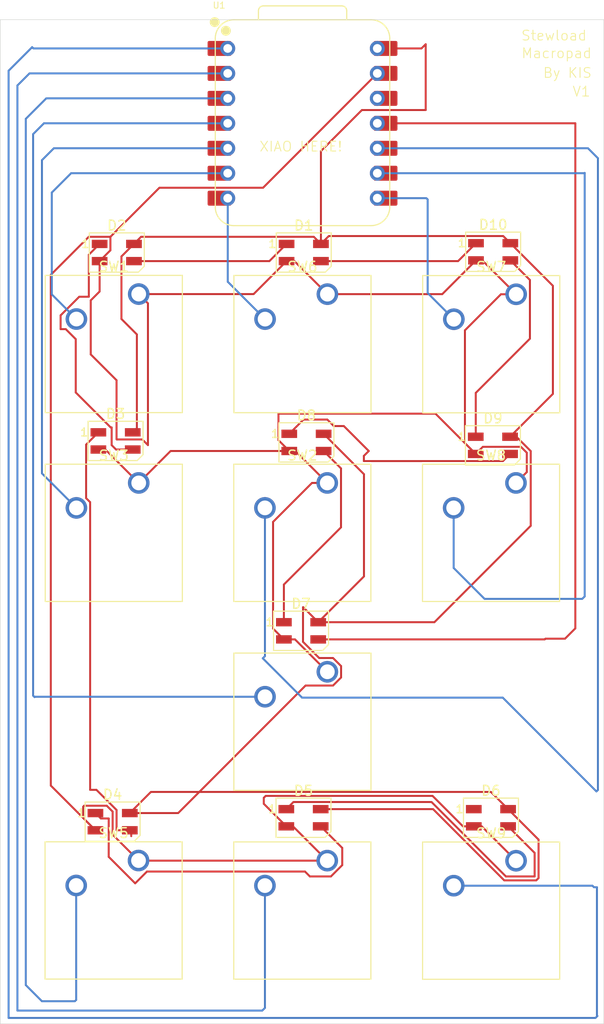
<source format=kicad_pcb>
(kicad_pcb (version 20241229) (generator "pcbnew") (generator_version "9.0")
  (layers (0 "F.Cu" signal) (2 "B.Cu" signal) (13 "F.Paste" user) (15 "B.Paste" user) (5 "F.SilkS" user "F.Silkscreen") (7 "B.SilkS" user "B.Silkscreen") (1 "F.Mask" user) (3 "B.Mask" user) (25 "Edge.Cuts" user))
  (net 0 "")
  (net 1 "Net-(D1-DIN)")
  (net 2 "Net-(U1-GPIO4{slash}MISO)")
  (net 3 "Net-(U1-GPIO29{slash}ADC3{slash}A3)")
  (net 4 "Net-(U1-GPIO28{slash}ADC2{slash}A2)")
  (net 5 "Net-(U1-GPIO27{slash}ADC1{slash}A1)")
  (net 6 "Net-(U1-GPIO26{slash}ADC0{slash}A0)")
  (net 8 "Net-(D1-VSS)")
  (net 9 "Net-(D1-VDD)")
  (net 10 "Net-(U1-GPIO2{slash}SCK)")
  (net 11 "Net-(U1-GPIO1{slash}RX)")
  (net 12 "Net-(U1-GPIO0{slash}TX)")
  (net 13 "Net-(U1-GPIO6{slash}SDA)")
  (net 14 "Net-(U1-GPIO7{slash}SCL)")
  (net 16 "Net-(D1-DOUT)")
  (net 17 "Net-(D2-DOUT)")
  (net 18 "Net-(D3-DOUT)")
  (net 19 "Net-(D4-DOUT)")
  (net 20 "Net-(D5-DOUT)")
  (net 21 "Net-(D7-DOUT)")
  (net 22 "Net-(D8-DOUT)")
  (net 23 "Net-(D10-DIN)")
  (footprint "Button_Switch_Keyboard:SW_Cherry_MX_1.00u_PCB" (layer "F.Cu") (at 149.08 114.87)
    (property "Reference" "SW4" (hide yes))
    (property "Value" "SW_Push")
    (fp_line (start -9.525 -1.905) (end 4.445 -1.905) (stroke (width 0.12)) (layer "F.SilkS"))
    (fp_line (start -9.525 12.065) (end -9.525 -1.905) (stroke (width 0.12)) (layer "F.SilkS"))
    (fp_line (start 4.445 -1.905) (end 4.445 12.065) (stroke (width 0.12)) (layer "F.SilkS"))
    (fp_line (start 4.445 12.065) (end -9.525 12.065) (stroke (width 0.12)) (layer "F.SilkS"))
    (pad "" np_thru_hole circle (at -7.62 5.08) (size 1.7 1.7) (drill 1.7) (layers "*.Cu" "*.Mask"))
    (pad "" np_thru_hole circle (at -2.54 5.08) (size 4 4) (drill 4) (layers "*.Cu" "*.Mask"))
    (pad "" np_thru_hole circle (at 2.54 5.08) (size 1.7 1.7) (drill 1.7) (layers "*.Cu" "*.Mask"))
    (pad "1" thru_hole circle (at 0 0) (size 2.2 2.2) (drill 1.5) (layers "*.Cu" "*.Mask") (net 8 "Net-(D1-VSS)"))
    (pad "2" thru_hole circle (at -6.35 2.54) (size 2.2 2.2) (drill 1.5) (layers "*.Cu" "*.Mask") (net 3 "Net-(U1-GPIO29{slash}ADC3{slash}A3)"))
  )
  (footprint "Button_Switch_Keyboard:SW_Cherry_MX_1.00u_PCB" (layer "F.Cu") (at 149.085 76.43675)
    (property "Reference" "SW6" (at -2.54 -2.794 0) (layer "F.SilkS"))
    (property "Value" "SW_Push" (hide yes))
    (fp_line (start -9.525 -1.905) (end 4.445 -1.905) (stroke (width 0.12)) (layer "F.SilkS"))
    (fp_line (start -9.525 12.065) (end -9.525 -1.905) (stroke (width 0.12)) (layer "F.SilkS"))
    (fp_line (start 4.445 -1.905) (end 4.445 12.065) (stroke (width 0.12)) (layer "F.SilkS"))
    (fp_line (start 4.445 12.065) (end -9.525 12.065) (stroke (width 0.12)) (layer "F.SilkS"))
    (pad "" np_thru_hole circle (at -7.62 5.08) (size 1.7 1.7) (drill 1.7) (layers "*.Cu" "*.Mask"))
    (pad "" np_thru_hole circle (at -2.54 5.08) (size 4 4) (drill 4) (layers "*.Cu" "*.Mask"))
    (pad "" np_thru_hole circle (at 2.54 5.08) (size 1.7 1.7) (drill 1.7) (layers "*.Cu" "*.Mask"))
    (pad "1" thru_hole circle (at 0 0) (size 2.2 2.2) (drill 1.5) (layers "*.Cu" "*.Mask") (net 8 "Net-(D1-VSS)"))
    (pad "2" thru_hole circle (at -6.35 2.54) (size 2.2 2.2) (drill 1.5) (layers "*.Cu" "*.Mask") (net 12 "Net-(U1-GPIO0{slash}TX)"))
  )
  (footprint "LED_SMD:LED_SK6812MINI_PLCC4_3.5x3.5mm_P1.75mm" (layer "F.Cu") (at 165.75 129.725)
    (property "Reference" "D6" (at 0 -2.75 0) (layer "F.SilkS"))
    (property "Value" "SK6812MINI")
    (fp_line (start -2.8 -2) (end -2.8 2) (stroke (width 0.12)) (layer "F.SilkS"))
    (fp_line (start -2.8 -2) (end 2.8 -2) (stroke (width 0.12)) (layer "F.SilkS"))
    (fp_line (start -2.8 2) (end 2.2 2) (stroke (width 0.12)) (layer "F.SilkS"))
    (fp_line (start 2.8 1.4) (end 2.2 2) (stroke (width 0.12)) (layer "F.SilkS"))
    (fp_line (start 2.8 1.4) (end 2.8 -2) (stroke (width 0.12)) (layer "F.SilkS"))
    (fp_text user "1" (at -3.2 -0.875 0) (layer "F.SilkS") (effects (font (size 0.8 0.8))))
    (pad "1" smd rect (at -1.75 -0.875) (size 1.6 0.85) (layers "F.Cu" "F.Mask" "F.Paste"))
    (pad "2" smd rect (at -1.75 0.875) (size 1.6 0.85) (layers "F.Cu" "F.Mask" "F.Paste") (net 8 "Net-(D1-VSS)"))
    (pad "3" smd rect (at 1.75 0.875) (size 1.6 0.85) (layers "F.Cu" "F.Mask" "F.Paste") (net 20 "Net-(D5-DOUT)"))
    (pad "4" smd rect (at 1.75 -0.875) (size 1.6 0.85) (layers "F.Cu" "F.Mask" "F.Paste") (net 9 "Net-(D1-VDD)"))
  )
  (footprint "LED_SMD:LED_SK6812MINI_PLCC4_3.5x3.5mm_P1.75mm" (layer "F.Cu") (at 127.625 72.2)
    (property "Reference" "D2" (at 0 -2.75 0) (layer "F.SilkS"))
    (property "Value" "SK6812MINI")
    (fp_line (start -2.8 -2) (end -2.8 2) (stroke (width 0.12)) (layer "F.SilkS"))
    (fp_line (start -2.8 -2) (end 2.8 -2) (stroke (width 0.12)) (layer "F.SilkS"))
    (fp_line (start -2.8 2) (end 2.2 2) (stroke (width 0.12)) (layer "F.SilkS"))
    (fp_line (start 2.8 1.4) (end 2.2 2) (stroke (width 0.12)) (layer "F.SilkS"))
    (fp_line (start 2.8 1.4) (end 2.8 -2) (stroke (width 0.12)) (layer "F.SilkS"))
    (fp_text user "1" (at -3.2 -0.875 0) (layer "F.SilkS") (effects (font (size 0.8 0.8))))
    (pad "1" smd rect (at -1.75 -0.875) (size 1.6 0.85) (layers "F.Cu" "F.Mask" "F.Paste") (net 17 "Net-(D2-DOUT)"))
    (pad "2" smd rect (at -1.75 0.875) (size 1.6 0.85) (layers "F.Cu" "F.Mask" "F.Paste") (net 8 "Net-(D1-VSS)"))
    (pad "3" smd rect (at 1.75 0.875) (size 1.6 0.85) (layers "F.Cu" "F.Mask" "F.Paste") (net 16 "Net-(D1-DOUT)"))
    (pad "4" smd rect (at 1.75 -0.875) (size 1.6 0.85) (layers "F.Cu" "F.Mask" "F.Paste") (net 9 "Net-(D1-VDD)"))
  )
  (footprint "LED_SMD:LED_SK6812MINI_PLCC4_3.5x3.5mm_P1.75mm" (layer "F.Cu") (at 146.4 110.7)
    (property "Reference" "D7" (at 0 -2.75 0) (layer "F.SilkS"))
    (property "Value" "SK6812MINI")
    (fp_line (start -2.8 -2) (end -2.8 2) (stroke (width 0.12)) (layer "F.SilkS"))
    (fp_line (start -2.8 -2) (end 2.8 -2) (stroke (width 0.12)) (layer "F.SilkS"))
    (fp_line (start -2.8 2) (end 2.2 2) (stroke (width 0.12)) (layer "F.SilkS"))
    (fp_line (start 2.8 1.4) (end 2.2 2) (stroke (width 0.12)) (layer "F.SilkS"))
    (fp_line (start 2.8 1.4) (end 2.8 -2) (stroke (width 0.12)) (layer "F.SilkS"))
    (fp_text user "1" (at -3.2 -0.875 0) (layer "F.SilkS") (effects (font (size 0.8 0.8))))
    (pad "1" smd rect (at -1.75 -0.875) (size 1.6 0.85) (layers "F.Cu" "F.Mask" "F.Paste") (net 21 "Net-(D7-DOUT)"))
    (pad "2" smd rect (at -1.75 0.875) (size 1.6 0.85) (layers "F.Cu" "F.Mask" "F.Paste") (net 8 "Net-(D1-VSS)"))
    (pad "3" smd rect (at 1.75 0.875) (size 1.6 0.85) (layers "F.Cu" "F.Mask" "F.Paste") (net 20 "Net-(D5-DOUT)"))
    (pad "4" smd rect (at 1.75 -0.875) (size 1.6 0.85) (layers "F.Cu" "F.Mask" "F.Paste") (net 9 "Net-(D1-VDD)"))
  )
  (footprint "LED_SMD:LED_SK6812MINI_PLCC4_3.5x3.5mm_P1.75mm" (layer "F.Cu") (at 165.975 72.125)
    (property "Reference" "D10" (at 0 -2.75 0) (layer "F.SilkS"))
    (property "Value" "SK6812MINI")
    (fp_line (start -2.8 -2) (end -2.8 2) (stroke (width 0.12)) (layer "F.SilkS"))
    (fp_line (start -2.8 -2) (end 2.8 -2) (stroke (width 0.12)) (layer "F.SilkS"))
    (fp_line (start -2.8 2) (end 2.2 2) (stroke (width 0.12)) (layer "F.SilkS"))
    (fp_line (start 2.8 1.4) (end 2.2 2) (stroke (width 0.12)) (layer "F.SilkS"))
    (fp_line (start 2.8 1.4) (end 2.8 -2) (stroke (width 0.12)) (layer "F.SilkS"))
    (fp_text user "1" (at -3.2 -0.875 0) (layer "F.SilkS") (effects (font (size 0.8 0.8))))
    (pad "1" smd rect (at -1.75 -0.875) (size 1.6 0.85) (layers "F.Cu" "F.Mask" "F.Paste") (net 1 "Net-(D1-DIN)"))
    (pad "2" smd rect (at -1.75 0.875) (size 1.6 0.85) (layers "F.Cu" "F.Mask" "F.Paste") (net 8 "Net-(D1-VSS)"))
    (pad "3" smd rect (at 1.75 0.875) (size 1.6 0.85) (layers "F.Cu" "F.Mask" "F.Paste") (net 23 "Net-(D10-DIN)"))
    (pad "4" smd rect (at 1.75 -0.875) (size 1.6 0.85) (layers "F.Cu" "F.Mask" "F.Paste") (net 9 "Net-(D1-VDD)"))
  )
  (footprint "Button_Switch_Keyboard:SW_Cherry_MX_1.00u_PCB" (layer "F.Cu") (at 129.86 95.65)
    (property "Reference" "SW3" (at -2.54 -2.794 0) (layer "F.SilkS"))
    (property "Value" "SW_Push")
    (fp_line (start -9.525 -1.905) (end 4.445 -1.905) (stroke (width 0.12)) (layer "F.SilkS"))
    (fp_line (start -9.525 12.065) (end -9.525 -1.905) (stroke (width 0.12)) (layer "F.SilkS"))
    (fp_line (start 4.445 -1.905) (end 4.445 12.065) (stroke (width 0.12)) (layer "F.SilkS"))
    (fp_line (start 4.445 12.065) (end -9.525 12.065) (stroke (width 0.12)) (layer "F.SilkS"))
    (pad "" np_thru_hole circle (at -7.62 5.08) (size 1.7 1.7) (drill 1.7) (layers "*.Cu" "*.Mask"))
    (pad "" np_thru_hole circle (at -2.54 5.08) (size 4 4) (drill 4) (layers "*.Cu" "*.Mask"))
    (pad "" np_thru_hole circle (at 2.54 5.08) (size 1.7 1.7) (drill 1.7) (layers "*.Cu" "*.Mask"))
    (pad "1" thru_hole circle (at 0 0) (size 2.2 2.2) (drill 1.5) (layers "*.Cu" "*.Mask") (net 8 "Net-(D1-VSS)"))
    (pad "2" thru_hole circle (at -6.35 2.54) (size 2.2 2.2) (drill 1.5) (layers "*.Cu" "*.Mask") (net 13 "Net-(U1-GPIO6{slash}SDA)"))
  )
  (footprint "Button_Switch_Keyboard:SW_Cherry_MX_1.00u_PCB" (layer "F.Cu") (at 129.84 134.08)
    (property "Reference" "SW5" (at -2.54 -2.794 0) (layer "F.SilkS"))
    (property "Value" "SW_Push")
    (fp_line (start -9.525 -1.905) (end 4.445 -1.905) (stroke (width 0.12)) (layer "F.SilkS"))
    (fp_line (start -9.525 12.065) (end -9.525 -1.905) (stroke (width 0.12)) (layer "F.SilkS"))
    (fp_line (start 4.445 -1.905) (end 4.445 12.065) (stroke (width 0.12)) (layer "F.SilkS"))
    (fp_line (start 4.445 12.065) (end -9.525 12.065) (stroke (width 0.12)) (layer "F.SilkS"))
    (pad "" np_thru_hole circle (at -7.62 5.08) (size 1.7 1.7) (drill 1.7) (layers "*.Cu" "*.Mask"))
    (pad "" np_thru_hole circle (at -2.54 5.08) (size 4 4) (drill 4) (layers "*.Cu" "*.Mask"))
    (pad "" np_thru_hole circle (at 2.54 5.08) (size 1.7 1.7) (drill 1.7) (layers "*.Cu" "*.Mask"))
    (pad "1" thru_hole circle (at 0 0) (size 2.2 2.2) (drill 1.5) (layers "*.Cu" "*.Mask") (net 8 "Net-(D1-VSS)"))
    (pad "2" thru_hole circle (at -6.35 2.54) (size 2.2 2.2) (drill 1.5) (layers "*.Cu" "*.Mask") (net 4 "Net-(U1-GPIO28{slash}ADC2{slash}A2)"))
  )
  (footprint "Button_Switch_Keyboard:SW_Cherry_MX_1.00u_PCB" (layer "F.Cu") (at 129.86 76.43)
    (property "Reference" "SW1" (at -2.54 -2.794 0) (layer "F.SilkS"))
    (property "Value" "SW_Push")
    (fp_line (start -9.525 -1.905) (end 4.445 -1.905) (stroke (width 0.12)) (layer "F.SilkS"))
    (fp_line (start -9.525 12.065) (end -9.525 -1.905) (stroke (width 0.12)) (layer "F.SilkS"))
    (fp_line (start 4.445 -1.905) (end 4.445 12.065) (stroke (width 0.12)) (layer "F.SilkS"))
    (fp_line (start 4.445 12.065) (end -9.525 12.065) (stroke (width 0.12)) (layer "F.SilkS"))
    (pad "" np_thru_hole circle (at -7.62 5.08) (size 1.7 1.7) (drill 1.7) (layers "*.Cu" "*.Mask"))
    (pad "" np_thru_hole circle (at -2.54 5.08) (size 4 4) (drill 4) (layers "*.Cu" "*.Mask"))
    (pad "" np_thru_hole circle (at 2.54 5.08) (size 1.7 1.7) (drill 1.7) (layers "*.Cu" "*.Mask"))
    (pad "1" thru_hole circle (at 0 0) (size 2.2 2.2) (drill 1.5) (layers "*.Cu" "*.Mask") (net 8 "Net-(D1-VSS)"))
    (pad "2" thru_hole circle (at -6.35 2.54) (size 2.2 2.2) (drill 1.5) (layers "*.Cu" "*.Mask") (net 14 "Net-(U1-GPIO7{slash}SCL)"))
  )
  (footprint "Button_Switch_Keyboard:SW_Cherry_MX_1.00u_PCB" (layer "F.Cu") (at 168.3 95.65)
    (property "Reference" "SW8" (at -2.54 -2.794 0) (layer "F.SilkS"))
    (property "Value" "SW_Push")
    (fp_line (start -9.525 -1.905) (end 4.445 -1.905) (stroke (width 0.12)) (layer "F.SilkS"))
    (fp_line (start -9.525 12.065) (end -9.525 -1.905) (stroke (width 0.12)) (layer "F.SilkS"))
    (fp_line (start 4.445 -1.905) (end 4.445 12.065) (stroke (width 0.12)) (layer "F.SilkS"))
    (fp_line (start 4.445 12.065) (end -9.525 12.065) (stroke (width 0.12)) (layer "F.SilkS"))
    (pad "" np_thru_hole circle (at -7.62 5.08) (size 1.7 1.7) (drill 1.7) (layers "*.Cu" "*.Mask"))
    (pad "" np_thru_hole circle (at -2.54 5.08) (size 4 4) (drill 4) (layers "*.Cu" "*.Mask"))
    (pad "" np_thru_hole circle (at 2.54 5.08) (size 1.7 1.7) (drill 1.7) (layers "*.Cu" "*.Mask"))
    (pad "1" thru_hole circle (at 0 0) (size 2.2 2.2) (drill 1.5) (layers "*.Cu" "*.Mask") (net 8 "Net-(D1-VSS)"))
    (pad "2" thru_hole circle (at -6.35 2.54) (size 2.2 2.2) (drill 1.5) (layers "*.Cu" "*.Mask") (net 10 "Net-(U1-GPIO2{slash}SCK)"))
  )
  (footprint "Button_Switch_Keyboard:SW_Cherry_MX_1.00u_PCB" (layer "F.Cu") (at 149.07 95.65)
    (property "Reference" "SW2" (at -2.54 -2.794 0) (layer "F.SilkS"))
    (property "Value" "SW_Push")
    (fp_line (start -9.525 -1.905) (end 4.445 -1.905) (stroke (width 0.12)) (layer "F.SilkS"))
    (fp_line (start -9.525 12.065) (end -9.525 -1.905) (stroke (width 0.12)) (layer "F.SilkS"))
    (fp_line (start 4.445 -1.905) (end 4.445 12.065) (stroke (width 0.12)) (layer "F.SilkS"))
    (fp_line (start 4.445 12.065) (end -9.525 12.065) (stroke (width 0.12)) (layer "F.SilkS"))
    (pad "" np_thru_hole circle (at -7.62 5.08) (size 1.7 1.7) (drill 1.7) (layers "*.Cu" "*.Mask"))
    (pad "" np_thru_hole circle (at -2.54 5.08) (size 4 4) (drill 4) (layers "*.Cu" "*.Mask"))
    (pad "" np_thru_hole circle (at 2.54 5.08) (size 1.7 1.7) (drill 1.7) (layers "*.Cu" "*.Mask"))
    (pad "1" thru_hole circle (at 0 0) (size 2.2 2.2) (drill 1.5) (layers "*.Cu" "*.Mask") (net 8 "Net-(D1-VSS)"))
    (pad "2" thru_hole circle (at -6.35 2.54) (size 2.2 2.2) (drill 1.5) (layers "*.Cu" "*.Mask") (net 2 "Net-(U1-GPIO4{slash}MISO)"))
  )
  (footprint "LED_SMD:LED_SK6812MINI_PLCC4_3.5x3.5mm_P1.75mm" (layer "F.Cu") (at 146.95 91.525)
    (property "Reference" "D8" (at 0 -2.75 0) (layer "F.SilkS"))
    (property "Value" "SK6812MINI")
    (fp_line (start -2.8 -2) (end -2.8 2) (stroke (width 0.12)) (layer "F.SilkS"))
    (fp_line (start -2.8 -2) (end 2.8 -2) (stroke (width 0.12)) (layer "F.SilkS"))
    (fp_line (start -2.8 2) (end 2.2 2) (stroke (width 0.12)) (layer "F.SilkS"))
    (fp_line (start 2.8 1.4) (end 2.2 2) (stroke (width 0.12)) (layer "F.SilkS"))
    (fp_line (start 2.8 1.4) (end 2.8 -2) (stroke (width 0.12)) (layer "F.SilkS"))
    (fp_text user "1" (at -3.2 -0.875 0) (layer "F.SilkS") (effects (font (size 0.8 0.8))))
    (pad "1" smd rect (at -1.75 -0.875) (size 1.6 0.85) (layers "F.Cu" "F.Mask" "F.Paste") (net 22 "Net-(D8-DOUT)"))
    (pad "2" smd rect (at -1.75 0.875) (size 1.6 0.85) (layers "F.Cu" "F.Mask" "F.Paste") (net 8 "Net-(D1-VSS)"))
    (pad "3" smd rect (at 1.75 0.875) (size 1.6 0.85) (layers "F.Cu" "F.Mask" "F.Paste") (net 21 "Net-(D7-DOUT)"))
    (pad "4" smd rect (at 1.75 -0.875) (size 1.6 0.85) (layers "F.Cu" "F.Mask" "F.Paste") (net 9 "Net-(D1-VDD)"))
  )
  (footprint "Button_Switch_Keyboard:SW_Cherry_MX_1.00u_PCB" (layer "F.Cu") (at 149.07 134.09)
    (property "Reference" "SW10" (hide yes))
    (property "Value" "SW_Push" (hide yes))
    (fp_line (start -9.525 -1.905) (end 4.445 -1.905) (stroke (width 0.12)) (layer "F.SilkS"))
    (fp_line (start -9.525 12.065) (end -9.525 -1.905) (stroke (width 0.12)) (layer "F.SilkS"))
    (fp_line (start 4.445 -1.905) (end 4.445 12.065) (stroke (width 0.12)) (layer "F.SilkS"))
    (fp_line (start 4.445 12.065) (end -9.525 12.065) (stroke (width 0.12)) (layer "F.SilkS"))
    (pad "" np_thru_hole circle (at -7.62 5.08) (size 1.7 1.7) (drill 1.7) (layers "*.Cu" "*.Mask"))
    (pad "" np_thru_hole circle (at -2.54 5.08) (size 4 4) (drill 4) (layers "*.Cu" "*.Mask"))
    (pad "" np_thru_hole circle (at 2.54 5.08) (size 1.7 1.7) (drill 1.7) (layers "*.Cu" "*.Mask"))
    (pad "1" thru_hole circle (at 0 0) (size 2.2 2.2) (drill 1.5) (layers "*.Cu" "*.Mask") (net 8 "Net-(D1-VSS)"))
    (pad "2" thru_hole circle (at -6.35 2.54) (size 2.2 2.2) (drill 1.5) (layers "*.Cu" "*.Mask") (net 5 "Net-(U1-GPIO27{slash}ADC1{slash}A1)"))
  )
  (footprint "OPL:XIAO-RP2040-DIP" (layer "F.Cu") (at 146.55 59.05)
    (property "Reference" "U1" (at -8.5 -12 0) (layer "F.SilkS") (effects (font (size 0.635 0.635) (thickness 0.1016))))
    (property "Value" "XIAO-RP2040-DIP")
    (fp_line (start -8.89 8.509) (end -8.89 -8.636) (stroke (width 0.127)) (layer "F.SilkS"))
    (fp_line (start -6.985 10.414) (end 6.985 10.414) (stroke (width 0.127)) (layer "F.SilkS"))
    (fp_line (start -4.495 -10.541) (end -4.491272 -11.451272) (stroke (width 0.127)) (layer "F.SilkS"))
    (fp_line (start -3.991272 -11.951) (end 4.004 -11.951) (stroke (width 0.127)) (layer "F.SilkS"))
    (fp_line (start 4.504 -11.451) (end 4.504 -10.541) (stroke (width 0.127)) (layer "F.SilkS"))
    (fp_line (start 6.985 -10.541) (end -6.985 -10.541) (stroke (width 0.1)) (layer "F.SilkS"))
    (fp_line (start 6.985 -10.541) (end -6.985 -10.541) (stroke (width 0.127)) (layer "F.SilkS"))
    (fp_line (start 8.89 8.509) (end 8.89 -8.636) (stroke (width 0.127)) (layer "F.SilkS"))
    (fp_arc (start -8.89 -8.636) (mid -8.332038 -9.983038) (end -6.985 -10.541) (stroke (width 0.127)) (layer "F.SilkS"))
    (fp_arc (start -6.985 10.414) (mid -8.332038 9.856038) (end -8.89 8.509) (stroke (width 0.127)) (layer "F.SilkS"))
    (fp_arc (start -4.491272 -11.451272) (mid -4.344728 -11.80464) (end -3.991272 -11.951) (stroke (width 0.127)) (layer "F.SilkS"))
    (fp_arc (start 4.004 -11.951) (mid 4.357553 -11.804553) (end 4.504 -11.451) (stroke (width 0.127)) (layer "F.SilkS"))
    (fp_arc (start 6.985 -10.541) (mid 8.332038 -9.983038) (end 8.89 -8.636) (stroke (width 0.127)) (layer "F.SilkS"))
    (fp_arc (start 8.89 8.509) (mid 8.332038 9.856038) (end 6.985 10.414) (stroke (width 0.127)) (layer "F.SilkS"))
    (fp_circle (center -8.95 -10.3) (end -8.95 -10.554) (stroke (width 0.5)) (fill yes) (layer "F.SilkS"))
    (fp_circle (center -7.807 -9.42) (end -7.807 -9.674) (stroke (width 0.5)) (fill yes) (layer "F.SilkS"))
    (pad "1" smd roundrect (at -8.455 -7.62 180) (size 2.432 1.524) (layers "F.Cu" "F.Mask") (roundrect_rratio 0.1) (net 6 "Net-(U1-GPIO26{slash}ADC0{slash}A0)"))
    (pad "1" thru_hole circle (at -7.62 -7.62 180) (size 1.524 1.524) (drill 0.889) (layers "*.Cu" "*.Mask") (net 6 "Net-(U1-GPIO26{slash}ADC0{slash}A0)"))
    (pad "2" smd roundrect (at -8.455 -5.08 180) (size 2.432 1.524) (layers "F.Cu" "F.Mask") (roundrect_rratio 0.1) (net 5 "Net-(U1-GPIO27{slash}ADC1{slash}A1)"))
    (pad "2" thru_hole circle (at -7.62 -5.08 180) (size 1.524 1.524) (drill 0.889) (layers "*.Cu" "*.Mask") (net 5 "Net-(U1-GPIO27{slash}ADC1{slash}A1)"))
    (pad "3" smd roundrect (at -8.455 -2.54 180) (size 2.432 1.524) (layers "F.Cu" "F.Mask") (roundrect_rratio 0.1) (net 4 "Net-(U1-GPIO28{slash}ADC2{slash}A2)"))
    (pad "3" thru_hole circle (at -7.62 -2.54 180) (size 1.524 1.524) (drill 0.889) (layers "*.Cu" "*.Mask") (net 4 "Net-(U1-GPIO28{slash}ADC2{slash}A2)"))
    (pad "4" smd roundrect (at -8.455 0 180) (size 2.432 1.524) (layers "F.Cu" "F.Mask") (roundrect_rratio 0.1) (net 3 "Net-(U1-GPIO29{slash}ADC3{slash}A3)"))
    (pad "4" thru_hole circle (at -7.62 0 180) (size 1.524 1.524) (drill 0.889) (layers "*.Cu" "*.Mask") (net 3 "Net-(U1-GPIO29{slash}ADC3{slash}A3)"))
    (pad "5" smd roundrect (at -8.455 2.54 180) (size 2.432 1.524) (layers "F.Cu" "F.Mask") (roundrect_rratio 0.1) (net 13 "Net-(U1-GPIO6{slash}SDA)"))
    (pad "5" thru_hole circle (at -7.62 2.54 180) (size 1.524 1.524) (drill 0.889) (layers "*.Cu" "*.Mask") (net 13 "Net-(U1-GPIO6{slash}SDA)"))
    (pad "6" smd roundrect (at -8.455 5.08 180) (size 2.432 1.524) (layers "F.Cu" "F.Mask") (roundrect_rratio 0.1) (net 14 "Net-(U1-GPIO7{slash}SCL)"))
    (pad "6" thru_hole circle (at -7.62 5.08 180) (size 1.524 1.524) (drill 0.889) (layers "*.Cu" "*.Mask") (net 14 "Net-(U1-GPIO7{slash}SCL)"))
    (pad "7" smd roundrect (at -8.455 7.62 180) (size 2.432 1.524) (layers "F.Cu" "F.Mask") (roundrect_rratio 0.1) (net 12 "Net-(U1-GPIO0{slash}TX)"))
    (pad "7" thru_hole circle (at -7.62 7.62 180) (size 1.524 1.524) (drill 0.889) (layers "*.Cu" "*.Mask") (net 12 "Net-(U1-GPIO0{slash}TX)"))
    (pad "8" thru_hole circle (at 7.62 7.62) (size 1.524 1.524) (drill 0.889) (layers "*.Cu" "*.Mask") (net 11 "Net-(U1-GPIO1{slash}RX)"))
    (pad "8" smd roundrect (at 8.455 7.62) (size 2.432 1.524) (layers "F.Cu" "F.Mask") (roundrect_rratio 0.1) (net 11 "Net-(U1-GPIO1{slash}RX)"))
    (pad "9" thru_hole circle (at 7.62 5.08) (size 1.524 1.524) (drill 0.889) (layers "*.Cu" "*.Mask") (net 10 "Net-(U1-GPIO2{slash}SCK)"))
    (pad "9" smd roundrect (at 8.455 5.08) (size 2.432 1.524) (layers "F.Cu" "F.Mask") (roundrect_rratio 0.1) (net 10 "Net-(U1-GPIO2{slash}SCK)"))
    (pad "10" thru_hole circle (at 7.62 2.54) (size 1.524 1.524) (drill 0.889) (layers "*.Cu" "*.Mask") (net 2 "Net-(U1-GPIO4{slash}MISO)"))
    (pad "10" smd roundrect (at 8.455 2.54) (size 2.432 1.524) (layers "F.Cu" "F.Mask") (roundrect_rratio 0.1) (net 2 "Net-(U1-GPIO4{slash}MISO)"))
    (pad "11" thru_hole circle (at 7.62 0) (size 1.524 1.524) (drill 0.889) (layers "*.Cu" "*.Mask") (net 20 "Net-(D5-DOUT)"))
    (pad "11" smd roundrect (at 8.455 0) (size 2.432 1.524) (layers "F.Cu" "F.Mask") (roundrect_rratio 0.1) (net 20 "Net-(D5-DOUT)"))
    (pad "12" thru_hole circle (at 7.62 -2.54) (size 1.524 1.524) (drill 0.889) (layers "*.Cu" "*.Mask"))
    (pad "12" smd roundrect (at 8.455 -2.54) (size 2.432 1.524) (layers "F.Cu" "F.Mask") (roundrect_rratio 0.1))
    (pad "13" thru_hole circle (at 7.62 -5.08) (size 1.524 1.524) (drill 0.889) (layers "*.Cu" "*.Mask") (net 8 "Net-(D1-VSS)"))
    (pad "13" smd roundrect (at 8.455 -5.08) (size 2.432 1.524) (layers "F.Cu" "F.Mask") (roundrect_rratio 0.1) (net 8 "Net-(D1-VSS)"))
    (pad "14" thru_hole circle (at 7.62 -7.62) (size 1.524 1.524) (drill 0.889) (layers "*.Cu" "*.Mask") (net 9 "Net-(D1-VDD)"))
    (pad "14" smd roundrect (at 8.455 -7.62) (size 2.432 1.524) (layers "F.Cu" "F.Mask") (roundrect_rratio 0.1) (net 9 "Net-(D1-VDD)"))
  )
  (footprint "LED_SMD:LED_SK6812MINI_PLCC4_3.5x3.5mm_P1.75mm" (layer "F.Cu") (at 146.675 72.2)
    (property "Reference" "D1" (at 0 -2.75 0) (layer "F.SilkS"))
    (property "Value" "SK6812MINI")
    (fp_line (start -2.8 -2) (end -2.8 2) (stroke (width 0.12)) (layer "F.SilkS"))
    (fp_line (start -2.8 -2) (end 2.8 -2) (stroke (width 0.12)) (layer "F.SilkS"))
    (fp_line (start -2.8 2) (end 2.2 2) (stroke (width 0.12)) (layer "F.SilkS"))
    (fp_line (start 2.8 1.4) (end 2.2 2) (stroke (width 0.12)) (layer "F.SilkS"))
    (fp_line (start 2.8 1.4) (end 2.8 -2) (stroke (width 0.12)) (layer "F.SilkS"))
    (fp_text user "1" (at -3.2 -0.875 0) (layer "F.SilkS") (effects (font (size 0.8 0.8))))
    (pad "1" smd rect (at -1.75 -0.875) (size 1.6 0.85) (layers "F.Cu" "F.Mask" "F.Paste") (net 16 "Net-(D1-DOUT)"))
    (pad "2" smd rect (at -1.75 0.875) (size 1.6 0.85) (layers "F.Cu" "F.Mask" "F.Paste") (net 8 "Net-(D1-VSS)"))
    (pad "3" smd rect (at 1.75 0.875) (size 1.6 0.85) (layers "F.Cu" "F.Mask" "F.Paste") (net 1 "Net-(D1-DIN)"))
    (pad "4" smd rect (at 1.75 -0.875) (size 1.6 0.85) (layers "F.Cu" "F.Mask" "F.Paste") (net 9 "Net-(D1-VDD)"))
  )
  (footprint "LED_SMD:LED_SK6812MINI_PLCC4_3.5x3.5mm_P1.75mm" (layer "F.Cu") (at 127.5 91.375)
    (property "Reference" "D3" (at 0 -2.75 0) (layer "F.SilkS"))
    (property "Value" "SK6812MINI")
    (fp_line (start -2.8 -2) (end -2.8 2) (stroke (width 0.12)) (layer "F.SilkS"))
    (fp_line (start -2.8 -2) (end 2.8 -2) (stroke (width 0.12)) (layer "F.SilkS"))
    (fp_line (start -2.8 2) (end 2.2 2) (stroke (width 0.12)) (layer "F.SilkS"))
    (fp_line (start 2.8 1.4) (end 2.2 2) (stroke (width 0.12)) (layer "F.SilkS"))
    (fp_line (start 2.8 1.4) (end 2.8 -2) (stroke (width 0.12)) (layer "F.SilkS"))
    (fp_text user "1" (at -3.2 -0.875 0) (layer "F.SilkS") (effects (font (size 0.8 0.8))))
    (pad "1" smd rect (at -1.75 -0.875) (size 1.6 0.85) (layers "F.Cu" "F.Mask" "F.Paste") (net 18 "Net-(D3-DOUT)"))
    (pad "2" smd rect (at -1.75 0.875) (size 1.6 0.85) (layers "F.Cu" "F.Mask" "F.Paste") (net 8 "Net-(D1-VSS)"))
    (pad "3" smd rect (at 1.75 0.875) (size 1.6 0.85) (layers "F.Cu" "F.Mask" "F.Paste") (net 17 "Net-(D2-DOUT)"))
    (pad "4" smd rect (at 1.75 -0.875) (size 1.6 0.85) (layers "F.Cu" "F.Mask" "F.Paste") (net 9 "Net-(D1-VDD)"))
  )
  (footprint "Button_Switch_Keyboard:SW_Cherry_MX_1.00u_PCB" (layer "F.Cu") (at 168.31 134.1)
    (property "Reference" "SW9" (at -2.54 -2.794 0) (layer "F.SilkS"))
    (property "Value" "SW_Push")
    (fp_line (start -9.525 -1.905) (end 4.445 -1.905) (stroke (width 0.12)) (layer "F.SilkS"))
    (fp_line (start -9.525 12.065) (end -9.525 -1.905) (stroke (width 0.12)) (layer "F.SilkS"))
    (fp_line (start 4.445 -1.905) (end 4.445 12.065) (stroke (width 0.12)) (layer "F.SilkS"))
    (fp_line (start 4.445 12.065) (end -9.525 12.065) (stroke (width 0.12)) (layer "F.SilkS"))
    (pad "" np_thru_hole circle (at -7.62 5.08) (size 1.7 1.7) (drill 1.7) (layers "*.Cu" "*.Mask"))
    (pad "" np_thru_hole circle (at -2.54 5.08) (size 4 4) (drill 4) (layers "*.Cu" "*.Mask"))
    (pad "" np_thru_hole circle (at 2.54 5.08) (size 1.7 1.7) (drill 1.7) (layers "*.Cu" "*.Mask"))
    (pad "1" thru_hole circle (at 0 0) (size 2.2 2.2) (drill 1.5) (layers "*.Cu" "*.Mask") (net 8 "Net-(D1-VSS)"))
    (pad "2" thru_hole circle (at -6.35 2.54) (size 2.2 2.2) (drill 1.5) (layers "*.Cu" "*.Mask") (net 6 "Net-(U1-GPIO26{slash}ADC0{slash}A0)"))
  )
  (footprint "Button_Switch_Keyboard:SW_Cherry_MX_1.00u_PCB" (layer "F.Cu") (at 168.32 76.45)
    (property "Reference" "SW7" (at -2.54 -2.794 0) (layer "F.SilkS"))
    (property "Value" "SW_Push")
    (fp_line (start -9.525 -1.905) (end 4.445 -1.905) (stroke (width 0.12)) (layer "F.SilkS"))
    (fp_line (start -9.525 12.065) (end -9.525 -1.905) (stroke (width 0.12)) (layer "F.SilkS"))
    (fp_line (start 4.445 -1.905) (end 4.445 12.065) (stroke (width 0.12)) (layer "F.SilkS"))
    (fp_line (start 4.445 12.065) (end -9.525 12.065) (stroke (width 0.12)) (layer "F.SilkS"))
    (pad "" np_thru_hole circle (at -7.62 5.08) (size 1.7 1.7) (drill 1.7) (layers "*.Cu" "*.Mask"))
    (pad "" np_thru_hole circle (at -2.54 5.08) (size 4 4) (drill 4) (layers "*.Cu" "*.Mask"))
    (pad "" np_thru_hole circle (at 2.54 5.08) (size 1.7 1.7) (drill 1.7) (layers "*.Cu" "*.Mask"))
    (pad "1" thru_hole circle (at 0 0) (size 2.2 2.2) (drill 1.5) (layers "*.Cu" "*.Mask") (net 8 "Net-(D1-VSS)"))
    (pad "2" thru_hole circle (at -6.35 2.54) (size 2.2 2.2) (drill 1.5) (layers "*.Cu" "*.Mask") (net 11 "Net-(U1-GPIO1{slash}RX)"))
  )
  (footprint "LED_SMD:LED_SK6812MINI_PLCC4_3.5x3.5mm_P1.75mm" (layer "F.Cu") (at 146.65 129.725)
    (property "Reference" "D5" (at 0 -2.75 0) (layer "F.SilkS"))
    (property "Value" "SK6812MINI")
    (fp_line (start -2.8 -2) (end -2.8 2) (stroke (width 0.12)) (layer "F.SilkS"))
    (fp_line (start -2.8 -2) (end 2.8 -2) (stroke (width 0.12)) (layer "F.SilkS"))
    (fp_line (start -2.8 2) (end 2.2 2) (stroke (width 0.12)) (layer "F.SilkS"))
    (fp_line (start 2.8 1.4) (end 2.2 2) (stroke (width 0.12)) (layer "F.SilkS"))
    (fp_line (start 2.8 1.4) (end 2.8 -2) (stroke (width 0.12)) (layer "F.SilkS"))
    (fp_text user "1" (at -3.2 -0.875 0) (layer "F.SilkS") (effects (font (size 0.8 0.8))))
    (pad "1" smd rect (at -1.75 -0.875) (size 1.6 0.85) (layers "F.Cu" "F.Mask" "F.Paste") (net 20 "Net-(D5-DOUT)"))
    (pad "2" smd rect (at -1.75 0.875) (size 1.6 0.85) (layers "F.Cu" "F.Mask" "F.Paste") (net 8 "Net-(D1-VSS)"))
    (pad "3" smd rect (at 1.75 0.875) (size 1.6 0.85) (layers "F.Cu" "F.Mask" "F.Paste") (net 19 "Net-(D4-DOUT)"))
    (pad "4" smd rect (at 1.75 -0.875) (size 1.6 0.85) (layers "F.Cu" "F.Mask" "F.Paste") (net 9 "Net-(D1-VDD)"))
  )
  (footprint "LED_SMD:LED_SK6812MINI_PLCC4_3.5x3.5mm_P1.75mm" (layer "F.Cu") (at 127.2 130.125)
    (property "Reference" "D4" (at 0 -2.75 0) (layer "F.SilkS"))
    (property "Value" "SK6812MINI")
    (fp_line (start -2.8 -2) (end -2.8 2) (stroke (width 0.12)) (layer "F.SilkS"))
    (fp_line (start -2.8 -2) (end 2.8 -2) (stroke (width 0.12)) (layer "F.SilkS"))
    (fp_line (start -2.8 2) (end 2.2 2) (stroke (width 0.12)) (layer "F.SilkS"))
    (fp_line (start 2.8 1.4) (end 2.2 2) (stroke (width 0.12)) (layer "F.SilkS"))
    (fp_line (start 2.8 1.4) (end 2.8 -2) (stroke (width 0.12)) (layer "F.SilkS"))
    (fp_text user "1" (at -3.2 -0.875 0) (layer "F.SilkS") (effects (font (size 0.8 0.8))))
    (pad "1" smd rect (at -1.75 -0.875) (size 1.6 0.85) (layers "F.Cu" "F.Mask" "F.Paste") (net 19 "Net-(D4-DOUT)"))
    (pad "2" smd rect (at -1.75 0.875) (size 1.6 0.85) (layers "F.Cu" "F.Mask" "F.Paste") (net 8 "Net-(D1-VSS)"))
    (pad "3" smd rect (at 1.75 0.875) (size 1.6 0.85) (layers "F.Cu" "F.Mask" "F.Paste") (net 18 "Net-(D3-DOUT)"))
    (pad "4" smd rect (at 1.75 -0.875) (size 1.6 0.85) (layers "F.Cu" "F.Mask" "F.Paste") (net 9 "Net-(D1-VDD)"))
  )
  (footprint "LED_SMD:LED_SK6812MINI_PLCC4_3.5x3.5mm_P1.75mm" (layer "F.Cu") (at 165.95 91.825)
    (property "Reference" "D9" (at 0 -2.75 0) (layer "F.SilkS"))
    (property "Value" "SK6812MINI")
    (fp_line (start -2.8 -2) (end -2.8 2) (stroke (width 0.12)) (layer "F.SilkS"))
    (fp_line (start -2.8 -2) (end 2.8 -2) (stroke (width 0.12)) (layer "F.SilkS"))
    (fp_line (start -2.8 2) (end 2.2 2) (stroke (width 0.12)) (layer "F.SilkS"))
    (fp_line (start 2.8 1.4) (end 2.2 2) (stroke (width 0.12)) (layer "F.SilkS"))
    (fp_line (start 2.8 1.4) (end 2.8 -2) (stroke (width 0.12)) (layer "F.SilkS"))
    (fp_text user "1" (at -3.2 -0.875 0) (layer "F.SilkS") (effects (font (size 0.8 0.8))))
    (pad "1" smd rect (at -1.75 -0.875) (size 1.6 0.85) (layers "F.Cu" "F.Mask" "F.Paste") (net 23 "Net-(D10-DIN)"))
    (pad "2" smd rect (at -1.75 0.875) (size 1.6 0.85) (layers "F.Cu" "F.Mask" "F.Paste") (net 8 "Net-(D1-VSS)"))
    (pad "3" smd rect (at 1.75 0.875) (size 1.6 0.85) (layers "F.Cu" "F.Mask" "F.Paste") (net 22 "Net-(D8-DOUT)"))
    (pad "4" smd rect (at 1.75 -0.875) (size 1.6 0.85) (layers "F.Cu" "F.Mask" "F.Paste") (net 9 "Net-(D1-VDD)"))
  )
  (gr_rect (start 115.75 48.5) (end 177.25 150.7) (stroke (width 0.05)) (fill no) (layer "Edge.Cuts"))
  (gr_text "By KIS" (at 171 54.5 0) (layer "F.SilkS") (effects (font (size 1 1) (thickness 0.1)) (justify left bottom)))
  (gr_text "Macropad" (at 168.8 52.5 0) (layer "F.SilkS") (effects (font (size 1 1) (thickness 0.1)) (justify left bottom)))
  (gr_text "Stewload" (at 168.775 50.7 0) (layer "F.SilkS") (effects (font (size 1 1) (thickness 0.1)) (justify left bottom)))
  (gr_text "XIAO HERE!" (at 142.1 62 0) (layer "F.SilkS") (effects (font (size 1 1) (thickness 0.1)) (justify left bottom)))
  (gr_text "V1" (at 174 56.4 0) (layer "F.SilkS") (effects (font (size 1 1) (thickness 0.1)) (justify left bottom)))
  (segment (start 148.425 73.075) (end 162.4 73.075) (width 0.2) (layer "F.Cu") (net 1))
  (segment (start 162.4 73.075) (end 164.225 71.25) (width 0.2) (layer "F.Cu") (net 1))
  (segment (start 175.64 61.59) (end 176.649 62.599) (width 0.2) (layer "B.Cu") (net 2))
  (segment (start 176.649 126.901) (end 176.5 127.05) (width 0.2) (layer "B.Cu") (net 2))
  (segment (start 176.5 127.05) (end 166.95 117.5) (width 0.2) (layer "B.Cu") (net 2))
  (segment (start 142.72 113.28) (end 142.72 98.19) (width 0.2) (layer "B.Cu") (net 2))
  (segment (start 176.649 62.599) (end 176.649 126.901) (width 0.2) (layer "B.Cu") (net 2))
  (segment (start 166.95 117.5) (end 146.5 117.5) (width 0.2) (layer "B.Cu") (net 2))
  (segment (start 146.5 117.5) (end 142.5 113.5) (width 0.2) (layer "B.Cu") (net 2))
  (segment (start 142.5 113.5) (end 142.72 113.28) (width 0.2) (layer "B.Cu") (net 2))
  (segment (start 154.17 61.59) (end 175.64 61.59) (width 0.2) (layer "B.Cu") (net 2))
  (segment (start 120.2 59.05) (end 119.1 60.15) (width 0.2) (layer "B.Cu") (net 3))
  (segment (start 119.29 117.41) (end 142.73 117.41) (width 0.2) (layer "B.Cu") (net 3))
  (segment (start 119.25 117.45) (end 119.29 117.41) (width 0.2) (layer "B.Cu") (net 3))
  (segment (start 138.93 59.05) (end 120.2 59.05) (width 0.2) (layer "B.Cu") (net 3))
  (segment (start 119.1 117.3) (end 119.25 117.45) (width 0.2) (layer "B.Cu") (net 3))
  (segment (start 119.1 60.15) (end 119.1 117.3) (width 0.2) (layer "B.Cu") (net 3))
  (segment (start 123.49 136.62) (end 123.49 148.26) (width 0.2) (layer "B.Cu") (net 4))
  (segment (start 118.35 146.75) (end 120 148.4) (width 0.2) (layer "B.Cu") (net 4))
  (segment (start 120.44 56.51) (end 118.35 58.6) (width 0.2) (layer "B.Cu") (net 4))
  (segment (start 138.93 56.51) (end 120.44 56.51) (width 0.2) (layer "B.Cu") (net 4))
  (segment (start 123.49 148.26) (end 123.35 148.4) (width 0.2) (layer "B.Cu") (net 4))
  (segment (start 118.35 58.6) (end 118.35 146.75) (width 0.2) (layer "B.Cu") (net 4))
  (segment (start 120 148.4) (end 123.35 148.4) (width 0.2) (layer "B.Cu") (net 4))
  (segment (start 142.45 149.35) (end 142.72 149.08) (width 0.2) (layer "B.Cu") (net 5))
  (segment (start 138.93 53.97) (end 118.73 53.97) (width 0.2) (layer "B.Cu") (net 5))
  (segment (start 142.72 149.08) (end 142.72 136.63) (width 0.2) (layer "B.Cu") (net 5))
  (segment (start 118.73 53.97) (end 117.5 55.2) (width 0.2) (layer "B.Cu") (net 5))
  (segment (start 117.5 149.35) (end 142.45 149.35) (width 0.2) (layer "B.Cu") (net 5))
  (segment (start 117.5 55.2) (end 117.5 149.35) (width 0.2) (layer "B.Cu") (net 5))
  (segment (start 176.09 136.64) (end 161.96 136.64) (width 0.2) (layer "B.Cu") (net 6))
  (segment (start 116.6 53.7) (end 116.6 150.099) (width 0.2) (layer "B.Cu") (net 6))
  (segment (start 176.55 136.8) (end 176.25 136.8) (width 0.2) (layer "B.Cu") (net 6))
  (segment (start 176.401 150.099) (end 176.6 149.9) (width 0.2) (layer "B.Cu") (net 6))
  (segment (start 176.6 149.9) (end 176.55 149.85) (width 0.2) (layer "B.Cu") (net 6))
  (segment (start 119 51.3) (end 116.6 53.7) (width 0.2) (layer "B.Cu") (net 6))
  (segment (start 119.13 51.43) (end 119 51.3) (width 0.2) (layer "B.Cu") (net 6))
  (segment (start 116.6 150.099) (end 176.401 150.099) (width 0.2) (layer "B.Cu") (net 6))
  (segment (start 176.55 149.85) (end 176.55 136.8) (width 0.2) (layer "B.Cu") (net 6))
  (segment (start 138.93 51.43) (end 119.13 51.43) (width 0.2) (layer "B.Cu") (net 6))
  (segment (start 176.25 136.8) (end 176.09 136.64) (width 0.2) (layer "B.Cu") (net 6))
  (segment (start 131.968 65.607) (end 142.533 65.607) (width 0.2) (layer "F.Cu") (net 8))
  (segment (start 126.6 128.5) (end 124.3 128.5) (width 0.2) (layer "F.Cu") (net 8))
  (segment (start 126.976 70.599) (end 131.968 65.607) (width 0.2) (layer "F.Cu") (net 8))
  (segment (start 169.399999 94.550001) (end 168.3 95.65) (width 0.2) (layer "F.Cu") (net 8))
  (segment (start 144.099 90) (end 144.099 91.299) (width 0.2) (layer "F.Cu") (net 8))
  (segment (start 143.549 99.615366) (end 143.549 110.474) (width 0.2) (layer "F.Cu") (net 8))
  (segment (start 164.225 73) (end 164.87 73) (width 0.2) (layer "F.Cu") (net 8))
  (segment (start 142.8 127.5) (end 142.6 127.7) (width 0.2) (layer "F.Cu") (net 8))
  (segment (start 169.399999 92.572999) (end 169.399999 94.550001) (width 0.2) (layer "F.Cu") (net 8))
  (segment (start 142.533 65.607) (end 154.17 53.97) (width 0.2) (layer "F.Cu") (net 8))
  (segment (start 142.6 127.7) (end 142.6 128.3) (width 0.2) (layer "F.Cu") (net 8))
  (segment (start 124.969 77.0721) (end 125.875 76.1661) (width 0.2) (layer "F.Cu") (net 8))
  (segment (start 160.78825 76.43675) (end 164.225 73) (width 0.2) (layer "F.Cu") (net 8))
  (segment (start 168.31 134.1) (end 164.81 130.6) (width 0.2) (layer "F.Cu") (net 8))
  (segment (start 129.86 76.43) (end 141.57 76.43) (width 0.2) (layer "F.Cu") (net 8))
  (segment (start 130.226 91.226) (end 127.626 91.226) (width 0.2) (layer "F.Cu") (net 8))
  (segment (start 163.099 80.115366) (end 163.099 91.599) (width 0.2) (layer "F.Cu") (net 8))
  (segment (start 164.81 130.6) (end 164 130.6) (width 0.2) (layer "F.Cu") (net 8))
  (segment (start 144.099 89.924) (end 144.099 90) (width 0.2) (layer "F.Cu") (net 8))
  (segment (start 130.8 91.8) (end 130.226 91.226) (width 0.2) (layer "F.Cu") (net 8))
  (segment (start 144.1 89.999) (end 144.099 90) (width 0.2) (layer "F.Cu") (net 8))
  (segment (start 124.969 82.569) (end 124.969 77.0721) (width 0.2) (layer "F.Cu") (net 8))
  (segment (start 145.785 111.575) (end 144.65 111.575) (width 0.2) (layer "F.Cu") (net 8))
  (segment (start 127.6 85.2) (end 124.969 82.569) (width 0.2) (layer "F.Cu") (net 8))
  (segment (start 125.45 131) (end 120.9 126.45) (width 0.2) (layer "F.Cu") (net 8))
  (segment (start 129.86 76.43) (end 130.8 77.37) (width 0.2) (layer "F.Cu") (net 8))
  (segment (start 164.87 73) (end 168.32 76.45) (width 0.2) (layer "F.Cu") (net 8))
  (segment (start 127.201 131.441) (end 127.201 129.101) (width 0.2) (layer "F.Cu") (net 8))
  (segment (start 127.626 91.226) (end 127.6 91.2) (width 0.2) (layer "F.Cu") (net 8))
  (segment (start 160.1 88.6) (end 144.1 88.6) (width 0.2) (layer "F.Cu") (net 8))
  (segment (start 126.976 70.599) (end 126.976 71.974) (width 0.2) (layer "F.Cu") (net 8))
  (segment (start 127.6 91.2) (end 127.6 85.2) (width 0.2) (layer "F.Cu") (net 8))
  (segment (start 142.6 128.3) (end 144.9 130.6) (width 0.2) (layer "F.Cu") (net 8))
  (segment (start 145.2 92.4) (end 145.82 92.4) (width 0.2) (layer "F.Cu") (net 8))
  (segment (start 124.2 129.75) (end 125.45 131) (width 0.2) (layer "F.Cu") (net 8))
  (segment (start 130.8 77.37) (end 130.8 91.8) (width 0.2) (layer "F.Cu") (net 8))
  (segment (start 127.201 129.101) (end 126.6 128.5) (width 0.2) (layer "F.Cu") (net 8))
  (segment (start 126.46 92.25) (end 125.75 92.25) (width 0.2) (layer "F.Cu") (net 8))
  (segment (start 133.11 92.4) (end 129.86 95.65) (width 0.2) (layer "F.Cu") (net 8))
  (segment (start 141.57 76.43) (end 144.925 73.075) (width 0.2) (layer "F.Cu") (net 8))
  (segment (start 159.8 127.5) (end 142.8 127.5) (width 0.2) (layer "F.Cu") (net 8))
  (segment (start 124.3 128.5) (end 124.2 128.6) (width 0.2) (layer "F.Cu") (net 8))
  (segment (start 129.84 134.08) (end 127.201 131.441) (width 0.2) (layer "F.Cu") (net 8))
  (segment (start 168.32 76.45) (end 166.764366 76.45) (width 0.2) (layer "F.Cu") (net 8))
  (segment (start 149.085 76.43675) (end 160.78825 76.43675) (width 0.2) (layer "F.Cu") (net 8))
  (segment (start 149.07 134.09) (end 145.58 130.6) (width 0.2) (layer "F.Cu") (net 8))
  (segment (start 166.764366 76.45) (end 163.099 80.115366) (width 0.2) (layer "F.Cu") (net 8))
  (segment (start 126.976 71.974) (end 125.875 73.075) (width 0.2) (layer "F.Cu") (net 8))
  (segment (start 120.9 74.473) (end 124.774 70.599) (width 0.2) (layer "F.Cu") (net 8))
  (segment (start 120.9 126.45) (end 120.9 74.473) (width 0.2) (layer "F.Cu") (net 8))
  (segment (start 144.099 91.299) (end 145.2 92.4) (width 0.2) (layer "F.Cu") (net 8))
  (segment (start 149.07 95.65) (end 147.514366 95.65) (width 0.2) (layer "F.Cu") (net 8))
  (segment (start 145.58 130.6) (end 144.9 130.6) (width 0.2) (layer "F.Cu") (net 8))
  (segment (start 145.72325 73.075) (end 149.085 76.43675) (width 0.2) (layer "F.Cu") (net 8))
  (segment (start 164 130.6) (end 162.9 130.6) (width 0.2) (layer "F.Cu") (net 8))
  (segment (start 168.801 91.974) (end 169.399999 92.572999) (width 0.2) (layer "F.Cu") (net 8))
  (segment (start 144.1 88.6) (end 144.1 89.999) (width 0.2) (layer "F.Cu") (net 8))
  (segment (start 164.2 92.7) (end 160.1 88.6) (width 0.2) (layer "F.Cu") (net 8))
  (segment (start 144.925 73.075) (end 145.72325 73.075) (width 0.2) (layer "F.Cu") (net 8))
  (segment (start 143.549 110.474) (end 144.65 111.575) (width 0.2) (layer "F.Cu") (net 8))
  (segment (start 125.875 76.1661) (end 125.875 73.075) (width 0.2) (layer "F.Cu") (net 8))
  (segment (start 145.82 92.4) (end 149.07 95.65) (width 0.2) (layer "F.Cu") (net 8))
  (segment (start 162.9 130.6) (end 159.8 127.5) (width 0.2) (layer "F.Cu") (net 8))
  (segment (start 124.2 128.6) (end 124.2 129.75) (width 0.2) (layer "F.Cu") (net 8))
  (segment (start 164.2 92.7) (end 164.926 91.974) (width 0.2) (layer "F.Cu") (net 8))
  (segment (start 129.85 134.09) (end 129.84 134.08) (width 0.2) (layer "F.Cu") (net 8))
  (segment (start 129.86 95.65) (end 126.46 92.25) (width 0.2) (layer "F.Cu") (net 8))
  (segment (start 147.514366 95.65) (end 143.549 99.615366) (width 0.2) (layer "F.Cu") (net 8))
  (segment (start 124.774 70.599) (end 126.976 70.599) (width 0.2) (layer "F.Cu") (net 8))
  (segment (start 149.08 114.87) (end 145.785 111.575) (width 0.2) (layer "F.Cu") (net 8))
  (segment (start 164.926 91.974) (end 168.801 91.974) (width 0.2) (layer "F.Cu") (net 8))
  (segment (start 145.2 92.4) (end 133.11 92.4) (width 0.2) (layer "F.Cu") (net 8))
  (segment (start 149.07 134.09) (end 129.85 134.09) (width 0.2) (layer "F.Cu") (net 8))
  (segment (start 163.099 91.599) (end 164.2 92.7) (width 0.2) (layer "F.Cu") (net 8))
  (segment (start 152.811 94.761) (end 152.811 105.164) (width 0.2) (layer "F.Cu") (net 9))
  (segment (start 159.1 51) (end 158.67 51.43) (width 0.2) (layer "F.Cu") (net 9))
  (segment (start 169.800999 92.406899) (end 169.800999 100.013817) (width 0.2) (layer "F.Cu") (net 9))
  (segment (start 149.226 70.524) (end 166.999 70.524) (width 0.2) (layer "F.Cu") (net 9))
  (segment (start 169.800999 100.013817) (end 159.989816 109.825) (width 0.2) (layer "F.Cu") (net 9))
  (segment (start 146.858314 116.271) (end 149.660314 116.271) (width 0.2) (layer "F.Cu") (net 9))
  (segment (start 128.1 72.6) (end 128.1 78.965184) (width 0.2) (layer "F.Cu") (net 9))
  (segment (start 148.425 71.325) (end 149.226 70.524) (width 0.2) (layer "F.Cu") (net 9))
  (segment (start 131.101 127.099) (end 128.95 129.25) (width 0.2) (layer "F.Cu") (net 9))
  (segment (start 158.67 51.43) (end 155.005 51.43) (width 0.2) (layer "F.Cu") (net 9))
  (segment (start 167.5 128.85) (end 170.601 131.951) (width 0.2) (layer "F.Cu") (net 9))
  (segment (start 167.725 71.25) (end 172.061 75.586) (width 0.2) (layer "F.Cu") (net 9))
  (segment (start 159.8559 128.85) (end 148.4 128.85) (width 0.2) (layer "F.Cu") (net 9))
  (segment (start 150.481 114.289686) (end 149.660314 113.469) (width 0.2) (layer "F.Cu") (net 9))
  (segment (start 133.879314 129.25) (end 146.858314 116.271) (width 0.2) (layer "F.Cu") (net 9))
  (segment (start 167.5 128.85) (end 165.749 127.099) (width 0.2) (layer "F.Cu") (net 9))
  (segment (start 149.660314 116.271) (end 150.481 115.450314) (width 0.2) (layer "F.Cu") (net 9))
  (segment (start 147.699 70.599) (end 148.425 71.325) (width 0.2) (layer "F.Cu") (net 9))
  (segment (start 166.999 70.524) (end 167.725 71.25) (width 0.2) (layer "F.Cu") (net 9))
  (segment (start 148.425 61.875) (end 152.6 57.7) (width 0.2) (layer "F.Cu") (net 9))
  (segment (start 159.989816 109.825) (end 148.15 109.825) (width 0.2) (layer "F.Cu") (net 9))
  (segment (start 130.101 70.599) (end 147.699 70.599) (width 0.2) (layer "F.Cu") (net 9))
  (segment (start 152.6 57.7) (end 159.1 57.7) (width 0.2) (layer "F.Cu") (net 9))
  (segment (start 148.425 71.325) (end 148.425 61.875) (width 0.2) (layer "F.Cu") (net 9))
  (segment (start 159.1 57.7) (end 159.1 51) (width 0.2) (layer "F.Cu") (net 9))
  (segment (start 170.3661 136.101) (end 167.1069 136.101) (width 0.2) (layer "F.Cu") (net 9))
  (segment (start 167.1069 136.101) (end 159.8559 128.85) (width 0.2) (layer "F.Cu") (net 9))
  (segment (start 128.95 129.25) (end 133.879314 129.25) (width 0.2) (layer "F.Cu") (net 9))
  (segment (start 129.671 90.079) (end 129.25 90.5) (width 0.2) (layer "F.Cu") (net 9))
  (segment (start 146.6 108.3) (end 146.625 108.3) (width 0.2) (layer "F.Cu") (net 9))
  (segment (start 129.375 71.325) (end 130.101 70.599) (width 0.2) (layer "F.Cu") (net 9))
  (segment (start 165.749 127.099) (end 131.101 127.099) (width 0.2) (layer "F.Cu") (net 9))
  (segment (start 129.375 71.325) (end 128.1 72.6) (width 0.2) (layer "F.Cu") (net 9))
  (segment (start 172.061 75.586) (end 172.061 86.589) (width 0.2) (layer "F.Cu") (net 9))
  (segment (start 128.1 78.965184) (end 129.671 80.536184) (width 0.2) (layer "F.Cu") (net 9))
  (segment (start 150.481 115.450314) (end 150.481 114.289686) (width 0.2) (layer "F.Cu") (net 9))
  (segment (start 154.17 51.43) (end 155.24763 51.43) (width 0.2) (layer "F.Cu") (net 9))
  (segment (start 148.7 90.65) (end 152.811 94.761) (width 0.2) (layer "F.Cu") (net 9))
  (segment (start 148.2461 113.469) (end 146.6 111.8229) (width 0.2) (layer "F.Cu") (net 9))
  (segment (start 129.671 80.536184) (end 129.671 90.079) (width 0.2) (layer "F.Cu") (net 9))
  (segment (start 170.601 135.8661) (end 170.3661 136.101) (width 0.2) (layer "F.Cu") (net 9))
  (segment (start 167.7 90.95) (end 168.3441 90.95) (width 0.2) (layer "F.Cu") (net 9))
  (segment (start 146.6 111.8229) (end 146.6 108.3) (width 0.2) (layer "F.Cu") (net 9))
  (segment (start 170.601 131.951) (end 170.601 135.8661) (width 0.2) (layer "F.Cu") (net 9))
  (segment (start 152.811 105.164) (end 148.15 109.825) (width 0.2) (layer "F.Cu") (net 9))
  (segment (start 168.3441 90.95) (end 169.800999 92.406899) (width 0.2) (layer "F.Cu") (net 9))
  (segment (start 149.660314 113.469) (end 148.2461 113.469) (width 0.2) (layer "F.Cu") (net 9))
  (segment (start 172.061 86.589) (end 167.7 90.95) (width 0.2) (layer "F.Cu") (net 9))
  (segment (start 146.625 108.3) (end 148.15 109.825) (width 0.2) (layer "F.Cu") (net 9))
  (segment (start 161.94 98.19) (end 161.85 98.1) (width 0.2) (layer "B.Cu") (net 10))
  (segment (start 165.1 107.45) (end 175.05 107.45) (width 0.2) (layer "B.Cu") (net 10))
  (segment (start 161.95 104.3) (end 165.1 107.45) (width 0.2) (layer "B.Cu") (net 10))
  (segment (start 161.95 98.19) (end 161.94 98.19) (width 0.2) (layer "B.Cu") (net 10))
  (segment (start 175.3 64.1) (end 175.27 64.13) (width 0.2) (layer "B.Cu") (net 10))
  (segment (start 175.3 107.2) (end 175.3 64.1) (width 0.2) (layer "B.Cu") (net 10))
  (segment (start 161.95 98.19) (end 161.95 104.3) (width 0.2) (layer "B.Cu") (net 10))
  (segment (start 175.27 64.13) (end 154.17 64.13) (width 0.2) (layer "B.Cu") (net 10))
  (segment (start 175.05 107.45) (end 175.3 107.2) (width 0.2) (layer "B.Cu") (net 10))
  (segment (start 159.17 66.67) (end 159.3 66.8) (width 0.2) (layer "B.Cu") (net 11))
  (segment (start 159.3 66.8) (end 159.3 76.32) (width 0.2) (layer "B.Cu") (net 11))
  (segment (start 154.17 66.67) (end 154.25 66.75) (width 0.2) (layer "B.Cu") (net 11))
  (segment (start 159.3 76.32) (end 161.97 78.99) (width 0.2) (layer "B.Cu") (net 11))
  (segment (start 154.17 66.67) (end 159.17 66.67) (width 0.2) (layer "B.Cu") (net 11))
  (segment (start 138.93 66.67) (end 138.93 75.17175) (width 0.2) (layer "B.Cu") (net 12))
  (segment (start 138.93 75.17175) (end 142.735 78.97675) (width 0.2) (layer "B.Cu") (net 12))
  (segment (start 138.93 61.59) (end 121.21 61.59) (width 0.2) (layer "B.Cu") (net 13))
  (segment (start 138.93 61.43) (end 138.7 61.2) (width 0.2) (layer "B.Cu") (net 13))
  (segment (start 120 94.68) (end 123.51 98.19) (width 0.2) (layer "B.Cu") (net 13))
  (segment (start 120 62.8) (end 120 94.68) (width 0.2) (layer "B.Cu") (net 13))
  (segment (start 121.21 61.59) (end 120 62.8) (width 0.2) (layer "B.Cu") (net 13))
  (segment (start 138.93 64.13) (end 138.77 64.13) (width 0.2) (layer "B.Cu") (net 14))
  (segment (start 121 76.46) (end 123.51 78.97) (width 0.2) (layer "B.Cu") (net 14))
  (segment (start 138.77 64.13) (end 138.7 64.2) (width 0.2) (layer "B.Cu") (net 14))
  (segment (start 121 66.1) (end 121 76.46) (width 0.2) (layer "B.Cu") (net 14))
  (segment (start 138.93 64.13) (end 122.97 64.13) (width 0.2) (layer "B.Cu") (net 14))
  (segment (start 122.97 64.13) (end 121 66.1) (width 0.2) (layer "B.Cu") (net 14))
  (segment (start 129.375 73.075) (end 143.175 73.075) (width 0.2) (layer "F.Cu") (net 16))
  (segment (start 143.175 73.075) (end 144.925 71.325) (width 0.2) (layer "F.Cu") (net 16))
  (segment (start 121.9 78.598686) (end 123.798686 76.7) (width 0.2) (layer "F.Cu") (net 17))
  (segment (start 127 90) (end 123.441 86.441) (width 0.2) (layer "F.Cu") (net 17))
  (segment (start 127.1 91.8) (end 127.1 90) (width 0.2) (layer "F.Cu") (net 17))
  (segment (start 124.774 72.426) (end 125.875 71.325) (width 0.2) (layer "F.Cu") (net 17))
  (segment (start 122.42847 80) (end 121.9 80) (width 0.2) (layer "F.Cu") (net 17))
  (segment (start 127.55 92.25) (end 127.1 91.8) (width 0.2) (layer "F.Cu") (net 17))
  (segment (start 129.25 92.25) (end 127.55 92.25) (width 0.2) (layer "F.Cu") (net 17))
  (segment (start 124.774 76.7) (end 124.774 72.426) (width 0.2) (layer "F.Cu") (net 17))
  (segment (start 123.441 81.01253) (end 122.42847 80) (width 0.2) (layer "F.Cu") (net 17))
  (segment (start 123.441 86.441) (end 123.441 81.01253) (width 0.2) (layer "F.Cu") (net 17))
  (segment (start 127.1 90) (end 127 90) (width 0.2) (layer "F.Cu") (net 17))
  (segment (start 121.9 80) (end 121.9 78.598686) (width 0.2) (layer "F.Cu") (net 17))
  (segment (start 123.798686 76.7) (end 124.774 76.7) (width 0.2) (layer "F.Cu") (net 17))
  (segment (start 124.5 91.75) (end 124.5 97.198686) (width 0.2) (layer "F.Cu") (net 18))
  (segment (start 127.602 128.9349) (end 127.602 131) (width 0.2) (layer "F.Cu") (net 18))
  (segment (start 124.911 126.884) (end 125.5511 126.884) (width 0.2) (layer "F.Cu") (net 18))
  (segment (start 125.75 90.5) (end 124.5 91.75) (width 0.2) (layer "F.Cu") (net 18))
  (segment (start 124.5 97.198686) (end 124.911 97.609686) (width 0.2) (layer "F.Cu") (net 18))
  (segment (start 127.602 131) (end 128.95 131) (width 0.2) (layer "F.Cu") (net 18))
  (segment (start 128.95 131) (end 128.95 130.923) (width 0.2) (layer "F.Cu") (net 18))
  (segment (start 124.911 97.609686) (end 124.911 126.884) (width 0.2) (layer "F.Cu") (net 18))
  (segment (start 128.95 130.923) (end 129.1 131.073) (width 0.2) (layer "F.Cu") (net 18))
  (segment (start 125.5511 126.884) (end 127.602 128.9349) (width 0.2) (layer "F.Cu") (net 18))
  (segment (start 129.1 131.073) (end 129.1 131.6) (width 0.2) (layer "F.Cu") (net 18))
  (segment (start 149.441314 135.7) (end 147.3 135.7) (width 0.2) (layer "F.Cu") (net 19))
  (segment (start 147.3 135.7) (end 146.8 135.2) (width 0.2) (layer "F.Cu") (net 19))
  (segment (start 146.8 135.2) (end 130.7 135.2) (width 0.2) (layer "F.Cu") (net 19))
  (segment (start 130.7 135.2) (end 129.5 136.4) (width 0.2) (layer "F.Cu") (net 19))
  (segment (start 126.8 133.7) (end 126.8 129.8) (width 0.2) (layer "F.Cu") (net 19))
  (segment (start 148.4 130.6) (end 150.6 132.8) (width 0.2) (layer "F.Cu") (net 19))
  (segment (start 129.5 136.4) (end 126.8 133.7) (width 0.2) (layer "F.Cu") (net 19))
  (segment (start 150.6 132.8) (end 150.6 134.541314) (width 0.2) (layer "F.Cu") (net 19))
  (segment (start 150.6 134.541314) (end 149.441314 135.7) (width 0.2) (layer "F.Cu") (net 19))
  (segment (start 126 129.8) (end 125.45 129.25) (width 0.2) (layer "F.Cu") (net 19))
  (segment (start 126.8 129.8) (end 126 129.8) (width 0.2) (layer "F.Cu") (net 19))
  (segment (start 173.3 111.5) (end 171.3 111.5) (width 0.2) (layer "F.Cu") (net 20))
  (segment (start 174.35 59.05) (end 174.35 110.45) (width 0.2) (layer "F.Cu") (net 20))
  (segment (start 155.005 59.05) (end 174.35 59.05) (width 0.2) (layer "F.Cu") (net 20))
  (segment (start 145.626 128.124) (end 144.9 128.85) (width 0.2) (layer "F.Cu") (net 20))
  (segment (start 159.697 128.124) (end 145.626 128.124) (width 0.2) (layer "F.Cu") (net 20))
  (segment (start 170.2 135.7) (end 170.2 133.3) (width 0.2) (layer "F.Cu") (net 20))
  (segment (start 170.2 133.3) (end 167.5 130.6) (width 0.2) (layer "F.Cu") (net 20))
  (segment (start 171.225 111.575) (end 148.15 111.575) (width 0.2) (layer "F.Cu") (net 20))
  (segment (start 174.35 110.45) (end 173.3 111.5) (width 0.2) (layer "F.Cu") (net 20))
  (segment (start 171.3 111.5) (end 171.225 111.575) (width 0.2) (layer "F.Cu") (net 20))
  (segment (start 167.273 135.7) (end 170.2 135.7) (width 0.2) (layer "F.Cu") (net 20))
  (segment (start 159.697 128.124) (end 167.273 135.7) (width 0.2) (layer "F.Cu") (net 20))
  (segment (start 148.7 92.4) (end 150.471 94.171) (width 0.2) (layer "F.Cu") (net 21))
  (segment (start 150.471 100.17053) (end 144.65 105.99153) (width 0.2) (layer "F.Cu") (net 21))
  (segment (start 150.471 94.171) (end 150.471 100.17053) (width 0.2) (layer "F.Cu") (net 21))
  (segment (start 144.65 105.99153) (end 144.65 109.825) (width 0.2) (layer "F.Cu") (net 21))
  (segment (start 149.7385 89.8615) (end 150.7615 89.8615) (width 0.2) (layer "F.Cu") (net 22))
  (segment (start 150.7615 89.8615) (end 153.3 92.4) (width 0.2) (layer "F.Cu") (net 22))
  (segment (start 149.077 89.2) (end 146.65 89.2) (width 0.2) (layer "F.Cu") (net 22))
  (segment (start 146.65 89.2) (end 145.2 90.65) (width 0.2) (layer "F.Cu") (net 22))
  (segment (start 153.3 92.4) (end 152.8 92.9) (width 0.2) (layer "F.Cu") (net 22))
  (segment (start 166.974 93.426) (end 152.8 93.426) (width 0.2) (layer "F.Cu") (net 22))
  (segment (start 149.7385 89.8615) (end 149.077 89.2) (width 0.2) (layer "F.Cu") (net 22))
  (segment (start 167.7 92.7) (end 166.974 93.426) (width 0.2) (layer "F.Cu") (net 22))
  (segment (start 152.8 92.9) (end 152.8 93.426) (width 0.2) (layer "F.Cu") (net 22))
  (segment (start 167.725 73) (end 169.721 74.996) (width 0.2) (layer "F.Cu") (net 23))
  (segment (start 169.721 74.996) (end 169.721 80.97053) (width 0.2) (layer "F.Cu") (net 23))
  (segment (start 169.721 80.97053) (end 164.2 86.49153) (width 0.2) (layer "F.Cu") (net 23))
  (segment (start 164.2 86.49153) (end 164.2 90.95) (width 0.2) (layer "F.Cu") (net 23))
)
</source>
